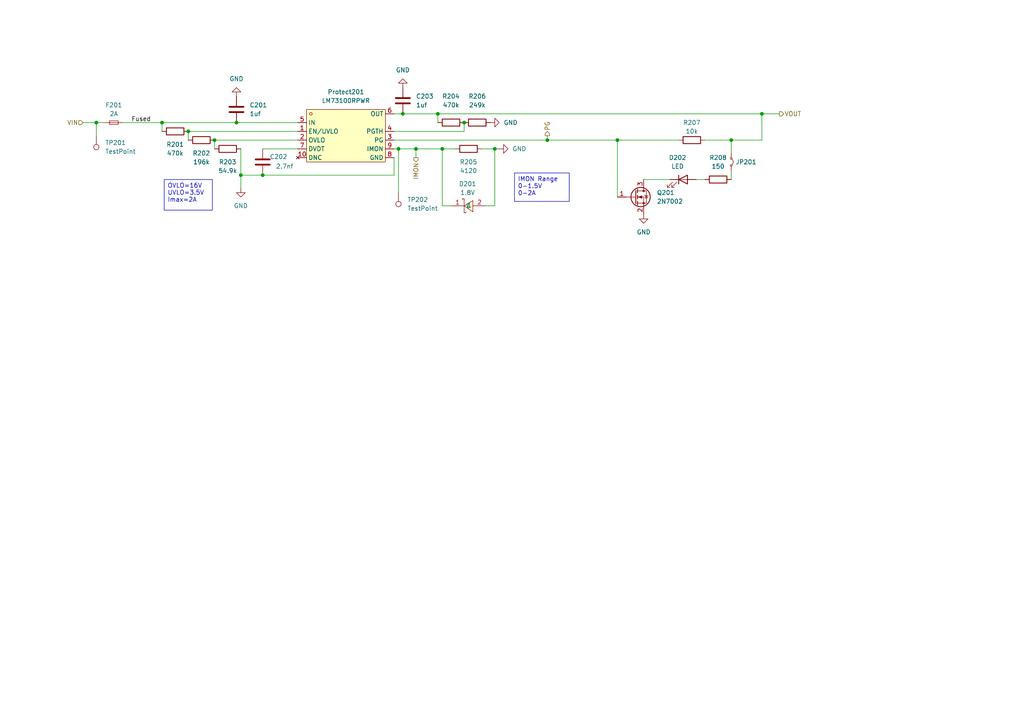
<source format=kicad_sch>
(kicad_sch (version 20231120) (generator "eeschema") (generator_version "8.0")
  (paper "A4")
  (lib_symbols
    (symbol "Connector:TestPoint" (pin_numbers hide) (pin_names (offset 0.762) hide)
      (property "Reference" "TP" (at 0 6.858 0))
      (property "Value" "TestPoint" (at 0 5.08 0))
      (symbol "TestPoint_0_1"
        (circle (center 0 3.302) (radius 0.762))
      )
      (symbol "TestPoint_1_1"
        (pin passive line (at 0 0 90) (length 2.54) (name "1") (number "1"))
      )
    )
    (symbol "Device:C" (pin_numbers hide) (pin_names (offset 0.254))
      (property "Reference" "C" (at 0.635 2.54 0))
      (property "Value" "C" (at 0.635 -2.54 0))
      (symbol "C_0_1"
        (polyline (pts (xy -2.032 -0.762) (xy 2.032 -0.762)) (stroke (width 0.508)))
        (polyline (pts (xy -2.032 0.762) (xy 2.032 0.762)) (stroke (width 0.508)))
      )
      (symbol "C_1_1"
        (pin passive line (at 0 3.81 270) (length 2.794) (name "~") (number "1"))
        (pin passive line (at 0 -3.81 90) (length 2.794) (name "~") (number "2"))
      )
    )
    (symbol "Device:Fuse_Small" (pin_numbers hide) (pin_names (offset 0.254) hide)
      (property "Reference" "F" (at 0 -1.524 0))
      (property "Value" "Fuse_Small" (at 0 1.524 0))
      (symbol "Fuse_Small_0_1"
        (rectangle (start -1.27 0.508) (end 1.27 -0.508))
        (polyline (pts (xy -1.27 0) (xy 1.27 0)))
      )
      (symbol "Fuse_Small_1_1"
        (pin passive line (at -2.54 0 0) (length 1.27) (name "~") (number "1"))
        (pin passive line (at 2.54 0 180) (length 1.27) (name "~") (number "2"))
      )
    )
    (symbol "Device:LED" (pin_numbers hide) (pin_names (offset 1.016) hide)
      (property "Reference" "D" (at 0 2.54 0))
      (property "Value" "LED" (at 0 -2.54 0))
      (symbol "LED_0_1"
        (polyline (pts (xy -1.27 -1.27) (xy -1.27 1.27)) (stroke (width 0.254)))
        (polyline (pts (xy -1.27 0) (xy 1.27 0)))
        (polyline (pts (xy 1.27 -1.27) (xy 1.27 1.27) (xy -1.27 0) (xy 1.27 -1.27)) (stroke (width 0.254)))
        (polyline (pts (xy -3.048 -0.762) (xy -4.572 -2.286) (xy -3.81 -2.286) (xy -4.572 -2.286) (xy -4.572 -1.524)))
        (polyline (pts (xy -1.778 -0.762) (xy -3.302 -2.286) (xy -2.54 -2.286) (xy -3.302 -2.286) (xy -3.302 -1.524)))
      )
      (symbol "LED_1_1"
        (pin passive line (at -3.81 0 0) (length 2.54) (name "K") (number "1"))
        (pin passive line (at 3.81 0 180) (length 2.54) (name "A") (number "2"))
      )
    )
    (symbol "Device:R" (pin_numbers hide) (pin_names (offset 0))
      (property "Reference" "R" (at 2.032 0 90))
      (property "Value" "R" (at 0 0 90))
      (symbol "R_0_1"
        (rectangle (start -1.016 -2.54) (end 1.016 2.54) (stroke (width 0.254)))
      )
      (symbol "R_1_1"
        (pin passive line (at 0 3.81 270) (length 1.27) (name "~") (number "1"))
        (pin passive line (at 0 -3.81 90) (length 1.27) (name "~") (number "2"))
      )
    )
    (symbol "Jumper:Jumper_2_Small_Bridged" (pin_numbers hide) (pin_names (offset 0) hide) (exclude_from_sim yes)
      (property "Reference" "JP" (at 0 2.032 0))
      (property "Value" "Jumper_2_Small_Bridged" (at 0 -2.286 0))
      (symbol "Jumper_2_Small_Bridged_0_0"
        (circle (center -1.016 0) (radius 0.254))
        (circle (center 1.016 0) (radius 0.254))
      )
      (symbol "Jumper_2_Small_Bridged_0_1"
        (arc (start 0.762 0.254) (mid 0 0.5696) (end -0.762 0.254))
      )
      (symbol "Jumper_2_Small_Bridged_1_1"
        (pin passive line (at -2.54 0 0) (length 1.27) (name "A") (number "1"))
        (pin passive line (at 2.54 0 180) (length 1.27) (name "B") (number "2"))
      )
    )
    (symbol "Transistor_FET:2N7002" (pin_names hide)
      (property "Reference" "Q" (at 5.08 1.905 0))
      (property "Value" "2N7002" (at 5.08 0 0))
      (symbol "2N7002_0_1"
        (polyline (pts (xy 0.254 0) (xy -2.54 0)))
        (polyline (pts (xy 0.254 1.905) (xy 0.254 -1.905)) (stroke (width 0.254)))
        (polyline (pts (xy 0.762 -1.27) (xy 0.762 -2.286)) (stroke (width 0.254)))
        (polyline (pts (xy 0.762 0.508) (xy 0.762 -0.508)) (stroke (width 0.254)))
        (polyline (pts (xy 0.762 2.286) (xy 0.762 1.27)) (stroke (width 0.254)))
        (polyline (pts (xy 2.54 2.54) (xy 2.54 1.778)))
        (polyline (pts (xy 2.54 -2.54) (xy 2.54 0) (xy 0.762 0)))
        (polyline (pts (xy 0.762 -1.778) (xy 3.302 -1.778) (xy 3.302 1.778) (xy 0.762 1.778)))
        (polyline (pts (xy 1.016 0) (xy 2.032 0.381) (xy 2.032 -0.381) (xy 1.016 0)) (fill (type outline)))
        (polyline (pts (xy 2.794 0.508) (xy 2.921 0.381) (xy 3.683 0.381) (xy 3.81 0.254)))
        (polyline (pts (xy 3.302 0.381) (xy 2.921 -0.254) (xy 3.683 -0.254) (xy 3.302 0.381)))
        (circle (center 1.651 0) (radius 2.794) (stroke (width 0.254)))
        (circle (center 2.54 -1.778) (radius 0.254) (fill (type outline)))
        (circle (center 2.54 1.778) (radius 0.254) (fill (type outline)))
      )
      (symbol "2N7002_1_1"
        (pin input line (at -5.08 0 0) (length 2.54) (name "G") (number "1"))
        (pin passive line (at 2.54 -5.08 90) (length 2.54) (name "S") (number "2"))
        (pin passive line (at 2.54 5.08 270) (length 2.54) (name "D") (number "3"))
      )
    )
    (symbol "easyeda2kicad:DDZ9678-7"
      (property "Reference" "D" (at 0 5.08 0))
      (property "Value" "DDZ9678-7" (at 0 -5.08 0))
      (symbol "DDZ9678-7_0_1"
        (polyline (pts (xy 1.27 1.52) (xy -1.27 0) (xy 1.27 -1.78) (xy 1.27 1.52)) (fill (type background)))
        (polyline (pts (xy -1.78 1.78) (xy -1.78 2.03) (xy -1.27 2.03) (xy -1.27 -2.03) (xy -0.76 -2.03) (xy -0.76 -1.78)))
        (pin unspecified line (at -5.08 0 0) (length 3.81) (name "C") (number "1"))
        (pin unspecified line (at 5.08 0 180) (length 3.81) (name "A") (number "2"))
      )
    )
    (symbol "easyeda2kicad:LM73100RPWR"
      (property "Reference" "U" (at 0 10.16 0))
      (property "Value" "LM73100RPWR" (at 0 -10.16 0))
      (symbol "LM73100RPWR_0_1"
        (rectangle (start -11.43 7.62) (end 11.43 -7.62) (fill (type background)))
        (circle (center -10.16 6.35) (radius 0.38))
        (pin input line (at -13.97 1.27 0) (length 2.54) (name "EN/UVLO") (number "1"))
        (pin no_connect line (at -13.97 -6.35 0) (length 2.54) (name "DNC") (number "10"))
        (pin input line (at -13.97 -1.27 0) (length 2.54) (name "OVLO") (number "2"))
        (pin output line (at 13.97 -1.27 180) (length 2.54) (name "PG") (number "3"))
        (pin input line (at 13.97 1.27 180) (length 2.54) (name "PGTH") (number "4"))
        (pin power_in line (at -13.97 3.81 0) (length 2.54) (name "IN") (number "5"))
        (pin power_out line (at 13.97 6.35 180) (length 2.54) (name "OUT") (number "6"))
        (pin passive line (at -13.97 -3.81 0) (length 2.54) (name "DVDT") (number "7"))
        (pin power_in line (at 13.97 -6.35 180) (length 2.54) (name "GND") (number "8"))
        (pin output line (at 13.97 -3.81 180) (length 2.54) (name "IMON") (number "9"))
      )
    )
    (symbol "power:GND" (power) (pin_numbers hide) (pin_names (offset 0) hide)
      (property "Value" "GND" (at 0 -3.81 0))
      (symbol "GND_0_1"
        (polyline (pts (xy 0 0) (xy 0 -1.27) (xy 1.27 -1.27) (xy 0 -2.54) (xy -1.27 -1.27) (xy 0 -1.27)))
      )
      (symbol "GND_1_1"
        (pin power_in line (at 0 0 270) (length 0) (name "~") (number "1"))
      )
    )
  )
  (junction (at 27.94 35.56))
  (junction (at 54.61 38.1))
  (junction (at 76.2 50.8))
  (junction (at 120.65 43.18))
  (junction (at 128.27 43.18))
  (junction (at 134.62 35.56))
  (junction (at 158.75 40.64))
  (junction (at 212.09 40.64))
  (junction (at 220.98 33.02))
  (junction (at 143.51 43.18))
  (junction (at 69.85 50.8))
  (junction (at 46.99 35.56))
  (junction (at 68.58 35.56))
  (junction (at 62.23 40.64))
  (junction (at 115.57 43.18))
  (junction (at 127 33.02))
  (junction (at 179.07 40.64))
  (junction (at 116.84 33.02))
  (wire (pts (xy 114.3 45.72) (xy 114.3 50.8)))
  (wire (pts (xy 143.51 43.18) (xy 144.78 43.18)))
  (wire (pts (xy 114.3 40.64) (xy 158.75 40.64)))
  (wire (pts (xy 212.09 40.64) (xy 212.09 44.45)))
  (wire (pts (xy 158.75 39.37) (xy 158.75 40.64)))
  (wire (pts (xy 35.56 35.56) (xy 46.99 35.56)))
  (wire (pts (xy 114.3 33.02) (xy 116.84 33.02)))
  (wire (pts (xy 128.27 59.69) (xy 130.81 59.69)))
  (wire (pts (xy 134.62 38.1) (xy 134.62 35.56)))
  (wire (pts (xy 62.23 40.64) (xy 62.23 43.18)))
  (wire (pts (xy 68.58 35.56) (xy 86.36 35.56)))
  (wire (pts (xy 179.07 40.64) (xy 179.07 57.15)))
  (wire (pts (xy 54.61 38.1) (xy 54.61 40.64)))
  (wire (pts (xy 76.2 50.8) (xy 114.3 50.8)))
  (wire (pts (xy 212.09 40.64) (xy 204.47 40.64)))
  (wire (pts (xy 69.85 50.8) (xy 76.2 50.8)))
  (wire (pts (xy 69.85 50.8) (xy 69.85 54.61)))
  (wire (pts (xy 220.98 40.64) (xy 212.09 40.64)))
  (wire (pts (xy 128.27 43.18) (xy 132.08 43.18)))
  (wire (pts (xy 127 33.02) (xy 127 35.56)))
  (wire (pts (xy 143.51 43.18) (xy 143.51 59.69)))
  (wire (pts (xy 158.75 40.64) (xy 179.07 40.64)))
  (wire (pts (xy 46.99 35.56) (xy 68.58 35.56)))
  (wire (pts (xy 120.65 43.18) (xy 128.27 43.18)))
  (wire (pts (xy 62.23 40.64) (xy 86.36 40.64)))
  (wire (pts (xy 220.98 33.02) (xy 226.06 33.02)))
  (wire (pts (xy 27.94 39.37) (xy 27.94 35.56)))
  (wire (pts (xy 114.3 43.18) (xy 115.57 43.18)))
  (wire (pts (xy 76.2 43.18) (xy 86.36 43.18)))
  (wire (pts (xy 140.97 59.69) (xy 143.51 59.69)))
  (wire (pts (xy 186.69 52.07) (xy 194.31 52.07)))
  (wire (pts (xy 46.99 35.56) (xy 46.99 38.1)))
  (wire (pts (xy 114.3 38.1) (xy 134.62 38.1)))
  (wire (pts (xy 127 33.02) (xy 220.98 33.02)))
  (wire (pts (xy 201.93 52.07) (xy 204.47 52.07)))
  (wire (pts (xy 128.27 43.18) (xy 128.27 59.69)))
  (wire (pts (xy 54.61 38.1) (xy 86.36 38.1)))
  (wire (pts (xy 115.57 43.18) (xy 115.57 55.88)))
  (wire (pts (xy 212.09 49.53) (xy 212.09 52.07)))
  (wire (pts (xy 116.84 33.02) (xy 127 33.02)))
  (wire (pts (xy 179.07 40.64) (xy 196.85 40.64)))
  (wire (pts (xy 115.57 43.18) (xy 120.65 43.18)))
  (wire (pts (xy 139.7 43.18) (xy 143.51 43.18)))
  (wire (pts (xy 220.98 33.02) (xy 220.98 40.64)))
  (wire (pts (xy 69.85 43.18) (xy 69.85 50.8)))
  (wire (pts (xy 120.65 45.72) (xy 120.65 43.18)))
  (wire (pts (xy 24.13 35.56) (xy 27.94 35.56)))
  (wire (pts (xy 27.94 35.56) (xy 30.48 35.56)))
  (text_box "IMON Range\n0-1.5V\n0-2A" (at 149.225 50.165 0) (size 15.875 8.255) (effects (font (size 1.27 1.27)) (justify left top)))
  (text_box "OVLO=16V\nUVLO=3.5V\nImax=2A" (at 47.625 52.07 0) (size 13.97 8.89) (effects (font (size 1.27 1.27)) (justify left top)))
  (label "Fused" (at 38.1 35.56 0))
  (hierarchical_label "VIN" (shape input) (at 24.13 35.56 180))
  (hierarchical_label "PG" (shape output) (at 158.75 39.37 90))
  (hierarchical_label "IMON" (shape output) (at 120.65 45.72 270))
  (hierarchical_label "VOUT" (shape output) (at 226.06 33.02 0))
  (symbol (lib_id "Device:R") (at 200.66 40.64 270) (unit 1)
    (property "Reference" "R207" (at 200.66 35.56 90))
    (property "Value" "10k" (at 200.66 38.1 90))
    (property "Footprint" "Resistor_SMD:R_0603_1608Metric" (effects (hide yes)))
    (property "Description" "Resistor" (effects (hide yes)))
    (instances (project "" (path "" (reference "R207") (unit 1)) (path "" (reference "R507") (unit 1))))
  )
  (symbol (lib_id "Device:R") (at 138.43 35.56 270) (unit 1)
    (property "Reference" "R206" (at 138.43 27.94 90))
    (property "Value" "249k" (at 138.43 30.48 90))
    (property "Footprint" "Resistor_SMD:R_0603_1608Metric" (effects (hide yes)))
    (property "Description" "Resistor" (effects (hide yes)))
    (instances (project "" (path "" (reference "R206") (unit 1)) (path "" (reference "R506") (unit 1))))
  )
  (symbol (lib_id "easyeda2kicad:LM73100RPWR") (at 100.33 39.37 0) (unit 1)
    (property "Reference" "Protect201" (at 100.33 26.67 0))
    (property "Value" "LM73100RPWR" (at 100.33 29.21 0))
    (property "Footprint" "easyeda2kicad:VQFN-10_L2.0-W2.0-P0.45-TL" (effects (hide yes)))
    (property "LCSC Part" "C3210761" (effects (hide yes)))
    (instances (project "" (path "" (reference "Protect201") (unit 1)) (path "" (reference "Protect501") (unit 1))))
  )
  (symbol (lib_id "Connector:TestPoint") (at 27.94 39.37 180) (unit 1) (in_bom no)
    (property "Reference" "TP201" (at 30.48 41.4019 0) (effects (justify right)))
    (property "Value" "TestPoint" (at 30.48 43.9419 0) (effects (justify right)))
    (property "Footprint" "Connector_Pin:Pin_D1.0mm_L10.0mm" (effects (hide yes)))
    (property "Description" "test point" (effects (hide yes)))
    (instances (project "surprise" (path "" (reference "TP201") (unit 1)) (path "" (reference "TP501") (unit 1))))
  )
  (symbol (lib_id "Device:LED") (at 198.12 52.07 0) (unit 1)
    (property "Reference" "D202" (at 196.5325 45.72 0))
    (property "Value" "LED" (at 196.5325 48.26 0))
    (property "Footprint" "LED_SMD:LED_0603_1608Metric" (effects (hide yes)))
    (property "Description" "Light emitting diode" (effects (hide yes)))
    (property "LCSC Part" "C2286" (effects (hide yes)))
    (instances (project "" (path "" (reference "D202") (unit 1)) (path "" (reference "D502") (unit 1))))
  )
  (symbol (lib_id "Device:C") (at 116.84 29.21 0) (unit 1)
    (property "Reference" "C203" (at 120.65 27.9399 0) (effects (justify left)))
    (property "Value" "1uf" (at 120.65 30.4799 0) (effects (justify left)))
    (property "Footprint" "Capacitor_SMD:C_0603_1608Metric" (effects (hide yes)))
    (property "Description" "Unpolarized capacitor" (effects (hide yes)))
    (instances (project "" (path "" (reference "C203") (unit 1)) (path "" (reference "C503") (unit 1))))
  )
  (symbol (lib_id "power:GND") (at 186.69 62.23 0) (unit 1)
    (property "Reference" "#PWR0206" (effects (hide yes)))
    (property "Value" "GND" (at 186.69 67.31 0))
    (property "Description" "Power symbol creates a global label with name \"GND\" , ground" (effects (hide yes)))
    (instances (project "" (path "" (reference "#PWR0206") (unit 1)) (path "" (reference "#PWR0506") (unit 1))))
  )
  (symbol (lib_id "Device:R") (at 208.28 52.07 90) (unit 1)
    (property "Reference" "R208" (at 208.28 45.72 90))
    (property "Value" "150" (at 208.28 48.26 90))
    (property "Footprint" "Resistor_SMD:R_0603_1608Metric" (effects (hide yes)))
    (property "Description" "Resistor" (effects (hide yes)))
    (instances (project "" (path "" (reference "R208") (unit 1)) (path "" (reference "R508") (unit 1))))
  )
  (symbol (lib_id "Transistor_FET:2N7002") (at 184.15 57.15 0) (unit 1)
    (property "Reference" "Q201" (at 190.5 55.8799 0) (effects (justify left)))
    (property "Value" "2N7002" (at 190.5 58.4199 0) (effects (justify left)))
    (property "Footprint" "Package_TO_SOT_SMD:SOT-23" (effects (hide yes)))
    (property "Datasheet" "https://www.onsemi.com/pub/Collateral/NDS7002A-D.PDF" (effects (hide yes)))
    (property "Description" "0.115A Id, 60V Vds, N-Channel MOSFET, SOT-23" (effects (hide yes)))
    (instances (project "" (path "" (reference "Q201") (unit 1)) (path "" (reference "Q501") (unit 1))))
  )
  (symbol (lib_id "Connector:TestPoint") (at 115.57 55.88 180) (unit 1) (in_bom no)
    (property "Reference" "TP202" (at 118.11 57.9119 0) (effects (justify right)))
    (property "Value" "TestPoint" (at 118.11 60.4519 0) (effects (justify right)))
    (property "Footprint" "Connector_Pin:Pin_D1.0mm_L10.0mm" (effects (hide yes)))
    (property "Description" "test point" (effects (hide yes)))
    (instances (project "surprise" (path "" (reference "TP202") (unit 1)) (path "" (reference "TP502") (unit 1))))
  )
  (symbol (lib_id "Device:C") (at 68.58 31.75 0) (unit 1)
    (property "Reference" "C201" (at 72.39 30.4799 0) (effects (justify left)))
    (property "Value" "1uf" (at 72.39 33.0199 0) (effects (justify left)))
    (property "Footprint" "Capacitor_SMD:C_0603_1608Metric" (effects (hide yes)))
    (property "Description" "Unpolarized capacitor" (effects (hide yes)))
    (instances (project "" (path "" (reference "C201") (unit 1)) (path "" (reference "C501") (unit 1))))
  )
  (symbol (lib_id "power:GND") (at 69.85 54.61 0) (unit 1)
    (property "Reference" "#PWR0202" (effects (hide yes)))
    (property "Value" "GND" (at 69.85 59.69 0))
    (property "Description" "Power symbol creates a global label with name \"GND\" , ground" (effects (hide yes)))
    (instances (project "" (path "" (reference "#PWR0202") (unit 1)) (path "" (reference "#PWR0502") (unit 1))))
  )
  (symbol (lib_id "Device:R") (at 50.8 38.1 270) (unit 1)
    (property "Reference" "R201" (at 50.8 41.91 90))
    (property "Value" "470k" (at 50.8 44.45 90))
    (property "Footprint" "Resistor_SMD:R_0603_1608Metric" (effects (hide yes)))
    (property "Description" "Resistor" (effects (hide yes)))
    (instances (project "" (path "" (reference "R201") (unit 1)) (path "" (reference "R501") (unit 1))))
  )
  (symbol (lib_id "power:GND") (at 68.58 27.94 180) (unit 1)
    (property "Reference" "#PWR0201" (effects (hide yes)))
    (property "Value" "GND" (at 68.58 22.86 0))
    (property "Description" "Power symbol creates a global label with name \"GND\" , ground" (effects (hide yes)))
    (instances (project "" (path "" (reference "#PWR0201") (unit 1)) (path "" (reference "#PWR0501") (unit 1))))
  )
  (symbol (lib_id "power:GND") (at 142.24 35.56 90) (unit 1)
    (property "Reference" "#PWR0204" (effects (hide yes)))
    (property "Value" "GND" (at 146.05 35.5599 90) (effects (justify right)))
    (property "Description" "Power symbol creates a global label with name \"GND\" , ground" (effects (hide yes)))
    (instances (project "" (path "" (reference "#PWR0204") (unit 1)) (path "" (reference "#PWR0504") (unit 1))))
  )
  (symbol (lib_id "Device:C") (at 76.2 46.99 0) (unit 1)
    (property "Reference" "C202" (at 78.232 45.466 0) (effects (justify left)))
    (property "Value" "2.7nf" (at 80.01 48.2599 0) (effects (justify left)))
    (property "Footprint" "Capacitor_SMD:C_0603_1608Metric" (effects (hide yes)))
    (property "Description" "Unpolarized capacitor" (effects (hide yes)))
    (instances (project "" (path "" (reference "C202") (unit 1)) (path "" (reference "C502") (unit 1))))
  )
  (symbol (lib_id "Device:R") (at 58.42 40.64 270) (unit 1)
    (property "Reference" "R202" (at 58.42 44.45 90))
    (property "Value" "196k" (at 58.42 46.99 90))
    (property "Footprint" "Resistor_SMD:R_0603_1608Metric" (effects (hide yes)))
    (property "Description" "Resistor" (effects (hide yes)))
    (instances (project "" (path "" (reference "R202") (unit 1)) (path "" (reference "R502") (unit 1))))
  )
  (symbol (lib_id "Device:R") (at 135.89 43.18 270) (unit 1)
    (property "Reference" "R205" (at 135.89 46.99 90))
    (property "Value" "4120" (at 135.89 49.53 90))
    (property "Footprint" "Resistor_SMD:R_0603_1608Metric" (effects (hide yes)))
    (property "Description" "Resistor" (effects (hide yes)))
    (instances (project "" (path "" (reference "R205") (unit 1)) (path "" (reference "R505") (unit 1))))
  )
  (symbol (lib_id "easyeda2kicad:DDZ9678-7") (at 135.89 59.69 0) (unit 1)
    (property "Reference" "D201" (at 135.635 53.34 0))
    (property "Value" "1.8V" (at 135.635 55.88 0))
    (property "Footprint" "easyeda2kicad:SOD-123_L2.7-W1.6-LS3.7-RD" (effects (hide yes)))
    (property "Datasheet" "https://lcsc.com/product-detail/Zener-Diodes_DIODES_DDZ9678-7_DDZ9678-7_C150464.html" (effects (hide yes)))
    (property "Description" "Single 1.71V~1.89V 500mW 1.8V SOD-123 Zener Diodes ROHS " (effects (hide yes)))
    (property "LCSC Part" "C150464" (effects (hide yes)))
    (instances (project "" (path "" (reference "D201") (unit 1)) (path "" (reference "D501") (unit 1))))
  )
  (symbol (lib_id "Jumper:Jumper_2_Small_Bridged") (at 212.09 46.99 270) (unit 1) (exclude_from_sim yes) (in_bom no)
    (property "Reference" "JP201" (at 213.36 46.9899 90) (effects (justify left)))
    (property "Value" "JP1" (effects (hide yes)))
    (property "Footprint" "Jumper:SolderJumper-2_P1.3mm_Bridged_RoundedPad1.0x1.5mm" (effects (hide yes)))
    (property "Description" "Jumper, 2-pole, small symbol, bridged" (effects (hide yes)))
    (instances (project "" (path "" (reference "JP201") (unit 1)) (path "" (reference "JP501") (unit 1))))
  )
  (symbol (lib_id "Device:R") (at 130.81 35.56 270) (unit 1)
    (property "Reference" "R204" (at 130.81 27.94 90))
    (property "Value" "470k" (at 130.81 30.48 90))
    (property "Footprint" "Resistor_SMD:R_0603_1608Metric" (effects (hide yes)))
    (property "Description" "Resistor" (effects (hide yes)))
    (instances (project "" (path "" (reference "R204") (unit 1)) (path "" (reference "R504") (unit 1))))
  )
  (symbol (lib_id "power:GND") (at 144.78 43.18 90) (unit 1)
    (property "Reference" "#PWR0205" (effects (hide yes)))
    (property "Value" "GND" (at 148.59 43.1799 90) (effects (justify right)))
    (property "Description" "Power symbol creates a global label with name \"GND\" , ground" (effects (hide yes)))
    (instances (project "" (path "" (reference "#PWR0205") (unit 1)) (path "" (reference "#PWR0505") (unit 1))))
  )
  (symbol (lib_id "Device:R") (at 66.04 43.18 270) (unit 1)
    (property "Reference" "R203" (at 66.04 46.99 90))
    (property "Value" "54.9k" (at 66.04 49.53 90))
    (property "Footprint" "Resistor_SMD:R_0603_1608Metric" (effects (hide yes)))
    (property "Description" "Resistor" (effects (hide yes)))
    (instances (project "" (path "" (reference "R203") (unit 1)) (path "" (reference "R503") (unit 1))))
  )
  (symbol (lib_id "power:GND") (at 116.84 25.4 180) (unit 1)
    (property "Reference" "#PWR0203" (effects (hide yes)))
    (property "Value" "GND" (at 116.84 20.32 0))
    (property "Description" "Power symbol creates a global label with name \"GND\" , ground" (effects (hide yes)))
    (instances (project "" (path "" (reference "#PWR0203") (unit 1)) (path "" (reference "#PWR0503") (unit 1))))
  )
  (symbol (lib_id "Device:Fuse_Small") (at 33.02 35.56 0) (unit 1)
    (property "Reference" "F201" (at 33.02 30.48 0))
    (property "Value" "2A" (at 33.02 33.02 0))
    (property "Footprint" "Fuse:Fuse_1206_3216Metric" (effects (hide yes)))
    (property "Description" "Fuse, small symbol" (effects (hide yes)))
    (property "LCSC Part" "C2924939" (effects (hide yes)))
    (instances (project "" (path "" (reference "F201") (unit 1)) (path "" (reference "F501") (unit 1))))
  )
)
</source>
